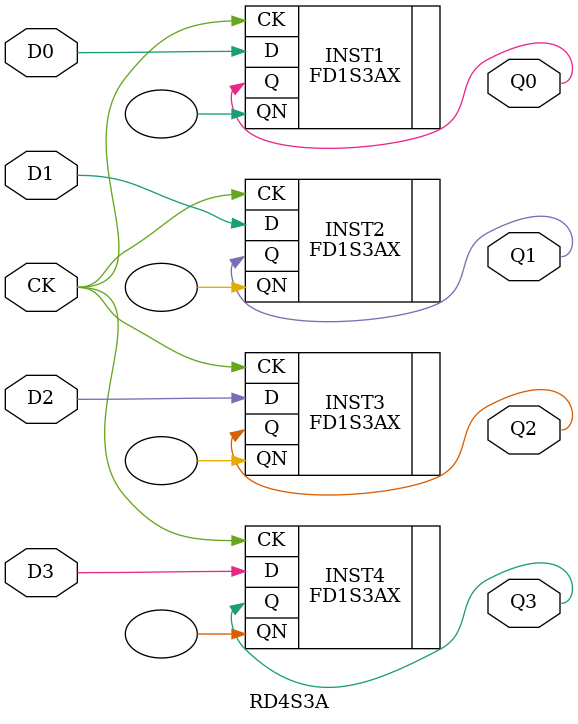
<source format=v>
`resetall
`timescale 1 ns / 100 ps

/* Created by DB2VERILOG Version 1.0.1.1 on Tue May 17 10:48:49 1994 */
/* module compiled from "lsl2db 3.6.4" run */

`celldefine
module RD4S3A (D0, D1, D2, D3, CK, Q0, Q1, Q2, Q3);
input  D0, D1, D2, D3, CK;
output Q0, Q1, Q2, Q3;
FD1S3AX INST1 (.D(D0), .CK(CK), .Q(Q0), .QN());
FD1S3AX INST2 (.D(D1), .CK(CK), .Q(Q1), .QN());
FD1S3AX INST3 (.D(D2), .CK(CK), .Q(Q2), .QN());
FD1S3AX INST4 (.D(D3), .CK(CK), .Q(Q3), .QN());

endmodule
`endcelldefine

</source>
